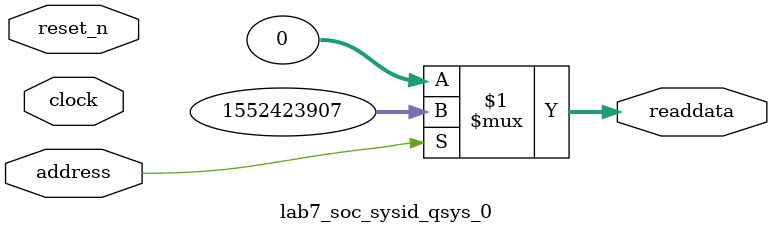
<source format=v>



// synthesis translate_off
`timescale 1ns / 1ps
// synthesis translate_on

// turn off superfluous verilog processor warnings 
// altera message_level Level1 
// altera message_off 10034 10035 10036 10037 10230 10240 10030 

module lab7_soc_sysid_qsys_0 (
               // inputs:
                address,
                clock,
                reset_n,

               // outputs:
                readdata
             )
;

  output  [ 31: 0] readdata;
  input            address;
  input            clock;
  input            reset_n;

  wire    [ 31: 0] readdata;
  //control_slave, which is an e_avalon_slave
  assign readdata = address ? 1552423907 : 0;

endmodule



</source>
